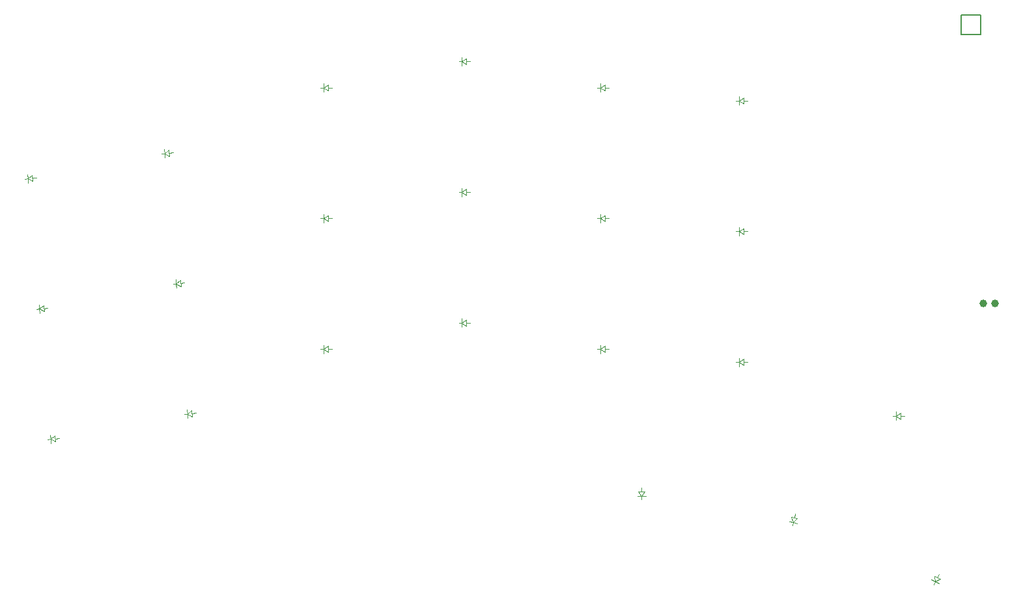
<source format=gbr>
%TF.GenerationSoftware,KiCad,Pcbnew,(6.0.6)*%
%TF.CreationDate,2022-07-14T02:02:08+02:00*%
%TF.ProjectId,main_wired2,6d61696e-5f77-4697-9265-64322e6b6963,v1.0.0*%
%TF.SameCoordinates,Original*%
%TF.FileFunction,Legend,Bot*%
%TF.FilePolarity,Positive*%
%FSLAX46Y46*%
G04 Gerber Fmt 4.6, Leading zero omitted, Abs format (unit mm)*
G04 Created by KiCad (PCBNEW (6.0.6)) date 2022-07-14 02:02:08*
%MOMM*%
%LPD*%
G01*
G04 APERTURE LIST*
%ADD10C,0.100000*%
%ADD11C,0.150000*%
%ADD12C,1.000000*%
G04 APERTURE END LIST*
D10*
%TO.C,D21*%
X125016183Y-21726082D02*
X124521846Y-21484978D01*
X124840835Y-22085600D02*
X125016183Y-21726082D01*
X125016183Y-21726082D02*
X124919688Y-21011457D01*
X125016183Y-21726082D02*
X125510520Y-21967186D01*
X125638723Y-21362154D02*
X125016183Y-21726082D01*
X124919688Y-21011457D02*
X125638723Y-21362154D01*
X125279206Y-21186805D02*
X125498391Y-20737408D01*
%TO.C,D12*%
X63477819Y45911938D02*
X63477819Y45361938D01*
X64077819Y45511938D02*
X63477819Y45911938D01*
X63077819Y45911938D02*
X63477819Y45911938D01*
X64077819Y45911938D02*
X64577819Y45911938D01*
X63477819Y45911938D02*
X63477819Y46461938D01*
X63477819Y45911938D02*
X64077819Y46311938D01*
X64077819Y46311938D02*
X64077819Y45511938D01*
%TO.C,D6*%
X25378687Y34409202D02*
X25448412Y33612246D01*
X25413550Y34010724D02*
X25911647Y34054302D01*
X24417355Y33923568D02*
X24815833Y33958430D01*
X24815833Y33958430D02*
X24863769Y33410523D01*
X25448412Y33612246D02*
X24815833Y33958430D01*
X24815833Y33958430D02*
X24767897Y34506338D01*
X24815833Y33958430D02*
X25378687Y34409202D01*
%TO.C,D9*%
X45077820Y42511937D02*
X45477820Y42511937D01*
X46077820Y42911937D02*
X46077820Y42111937D01*
X45477820Y42511937D02*
X45477820Y41961937D01*
X45477820Y42511937D02*
X46077820Y42911937D01*
X45477820Y42511937D02*
X45477820Y43061937D01*
X46077820Y42111937D02*
X45477820Y42511937D01*
X46077820Y42511937D02*
X46577820Y42511937D01*
%TO.C,D14*%
X81477820Y25511940D02*
X82077820Y25911940D01*
X81077820Y25511940D02*
X81477820Y25511940D01*
X82077820Y25511940D02*
X82577820Y25511940D01*
X81477820Y25511940D02*
X81477820Y24961940D01*
X82077820Y25911940D02*
X82077820Y25111940D01*
X81477820Y25511940D02*
X81477820Y26061940D01*
X82077820Y25111940D02*
X81477820Y25511940D01*
D11*
%TO.C,MCU1*%
X128377817Y51951935D02*
X130917817Y51951935D01*
X128377817Y49411935D02*
X130917817Y49411935D01*
X130917817Y49411935D02*
X130917817Y51951935D01*
X128377817Y51951935D02*
X128377817Y49411935D01*
D10*
%TO.C,D19*%
X86827818Y-10638061D02*
X86427818Y-10038061D01*
X86827818Y-10638061D02*
X86277818Y-10638061D01*
X86827818Y-10038061D02*
X86827818Y-9538061D01*
X86827818Y-11038061D02*
X86827818Y-10638061D01*
X86427818Y-10038061D02*
X87227818Y-10038061D01*
X87227818Y-10038061D02*
X86827818Y-10638061D01*
X86827818Y-10638061D02*
X87377818Y-10638061D01*
%TO.C,D3*%
X7595347Y31146863D02*
X7665072Y30349907D01*
X7032493Y30696091D02*
X6984557Y31243999D01*
X7032493Y30696091D02*
X7595347Y31146863D01*
X7665072Y30349907D02*
X7032493Y30696091D01*
X6634015Y30661229D02*
X7032493Y30696091D01*
X7032493Y30696091D02*
X7080429Y30148184D01*
X7630210Y30748385D02*
X8128307Y30791963D01*
%TO.C,D4*%
X28341982Y538579D02*
X28411707Y-258377D01*
X27779128Y87807D02*
X27827064Y-460100D01*
X27779128Y87807D02*
X28341982Y538579D01*
X27380650Y52945D02*
X27779128Y87807D01*
X27779128Y87807D02*
X27731192Y635715D01*
X28411707Y-258377D02*
X27779128Y87807D01*
X28376845Y140101D02*
X28874942Y183679D01*
%TO.C,D22*%
X119477820Y-188061D02*
X119877820Y-188061D01*
X120477820Y211939D02*
X120477820Y-588061D01*
X119877820Y-188061D02*
X119877820Y361939D01*
X120477820Y-588061D02*
X119877820Y-188061D01*
X119877820Y-188061D02*
X119877820Y-738061D01*
X120477820Y-188061D02*
X120977820Y-188061D01*
X119877820Y-188061D02*
X120477820Y211939D01*
%TO.C,D11*%
X63477817Y28911940D02*
X64077817Y29311940D01*
X63477817Y28911940D02*
X63477817Y28361940D01*
X63477817Y28911940D02*
X63477817Y29461940D01*
X64077817Y28911940D02*
X64577817Y28911940D01*
X63077817Y28911940D02*
X63477817Y28911940D01*
X64077817Y29311940D02*
X64077817Y28511940D01*
X64077817Y28511940D02*
X63477817Y28911940D01*
%TO.C,D15*%
X82077819Y42111939D02*
X81477819Y42511939D01*
X81477819Y42511939D02*
X81477819Y41961939D01*
X82077819Y42511939D02*
X82577819Y42511939D01*
X81077819Y42511939D02*
X81477819Y42511939D01*
X82077819Y42911939D02*
X82077819Y42111939D01*
X81477819Y42511939D02*
X82077819Y42911939D01*
X81477819Y42511939D02*
X81477819Y43061939D01*
%TO.C,D5*%
X25899002Y16988259D02*
X26297480Y17023121D01*
X26860334Y17473893D02*
X26930059Y16676937D01*
X26297480Y17023121D02*
X26345416Y16475214D01*
X26297480Y17023121D02*
X26860334Y17473893D01*
X26297480Y17023121D02*
X26249544Y17571029D01*
X26895197Y17075415D02*
X27393294Y17118993D01*
X26930059Y16676937D02*
X26297480Y17023121D01*
%TO.C,D17*%
X99477819Y23811936D02*
X99477819Y23261936D01*
X100077819Y24211936D02*
X100077819Y23411936D01*
X99477819Y23811936D02*
X100077819Y24211936D01*
X99077819Y23811936D02*
X99477819Y23811936D01*
X99477819Y23811936D02*
X99477819Y24361936D01*
X100077819Y23411936D02*
X99477819Y23811936D01*
X100077819Y23811936D02*
X100577819Y23811936D01*
%TO.C,D8*%
X45477818Y25511938D02*
X45477818Y24961938D01*
X45077818Y25511938D02*
X45477818Y25511938D01*
X46077818Y25911938D02*
X46077818Y25111938D01*
X46077818Y25111938D02*
X45477818Y25511938D01*
X45477818Y25511938D02*
X46077818Y25911938D01*
X46077818Y25511938D02*
X46577818Y25511938D01*
X45477818Y25511938D02*
X45477818Y26061938D01*
%TO.C,D16*%
X99077820Y6811937D02*
X99477820Y6811937D01*
X100077820Y6811937D02*
X100577820Y6811937D01*
X99477820Y6811937D02*
X99477820Y7361937D01*
X100077820Y7211937D02*
X100077820Y6411937D01*
X100077820Y6411937D02*
X99477820Y6811937D01*
X99477820Y6811937D02*
X100077820Y7211937D01*
X99477820Y6811937D02*
X99477820Y6261937D01*
%TO.C,D10*%
X63077817Y11911938D02*
X63477817Y11911938D01*
X63477817Y11911938D02*
X63477817Y12461938D01*
X64077817Y11911938D02*
X64577817Y11911938D01*
X63477817Y11911938D02*
X63477817Y11361938D01*
X63477817Y11911938D02*
X64077817Y12311938D01*
X64077817Y12311938D02*
X64077817Y11511938D01*
X64077817Y11511938D02*
X63477817Y11911938D01*
%TO.C,D2*%
X8514141Y13760785D02*
X8562077Y13212878D01*
X8514141Y13760785D02*
X9076995Y14211557D01*
X8115663Y13725923D02*
X8514141Y13760785D01*
X8514141Y13760785D02*
X8466205Y14308693D01*
X9076995Y14211557D02*
X9146720Y13414601D01*
X9146720Y13414601D02*
X8514141Y13760785D01*
X9111858Y13813079D02*
X9609955Y13856657D01*
%TO.C,D18*%
X99477818Y40811939D02*
X100077818Y41211939D01*
X100077818Y41211939D02*
X100077818Y40411939D01*
X100077818Y40811939D02*
X100577818Y40811939D01*
X100077818Y40411939D02*
X99477818Y40811939D01*
X99077818Y40811939D02*
X99477818Y40811939D01*
X99477818Y40811939D02*
X99477818Y40261939D01*
X99477818Y40811939D02*
X99477818Y41361939D01*
%TO.C,D7*%
X45477821Y8511938D02*
X45477821Y7961938D01*
X45477821Y8511938D02*
X46077821Y8911938D01*
X46077821Y8511938D02*
X46577821Y8511938D01*
X45077821Y8511938D02*
X45477821Y8511938D01*
X45477821Y8511938D02*
X45477821Y9061938D01*
X46077821Y8111938D02*
X45477821Y8511938D01*
X46077821Y8911938D02*
X46077821Y8111938D01*
%TO.C,D13*%
X82077821Y8111940D02*
X81477821Y8511940D01*
X81077821Y8511940D02*
X81477821Y8511940D01*
X81477821Y8511940D02*
X81477821Y7961940D01*
X82077821Y8911940D02*
X82077821Y8111940D01*
X81477821Y8511940D02*
X81477821Y9061940D01*
X81477821Y8511940D02*
X82077821Y8911940D01*
X82077821Y8511940D02*
X82577821Y8511940D01*
%TO.C,D20*%
X106298883Y-13331965D02*
X107078379Y-13511926D01*
X106688631Y-13421945D02*
X106801106Y-12934760D01*
X107078379Y-13511926D02*
X106553660Y-14006568D01*
X106463680Y-14396316D02*
X106553660Y-14006568D01*
X106553660Y-14006568D02*
X106017757Y-13882844D01*
X106553660Y-14006568D02*
X107089564Y-14130291D01*
X106553660Y-14006568D02*
X106298883Y-13331965D01*
%TO.C,D1*%
X9995789Y-3174526D02*
X10043725Y-3722433D01*
X10593506Y-3122232D02*
X11091603Y-3078654D01*
X10628368Y-3520710D02*
X9995789Y-3174526D01*
X9597311Y-3209388D02*
X9995789Y-3174526D01*
X9995789Y-3174526D02*
X9947853Y-2626618D01*
X10558643Y-2723754D02*
X10628368Y-3520710D01*
X9995789Y-3174526D02*
X10558643Y-2723754D01*
%TD*%
D12*
%TO.C,*%
X132777817Y14411938D03*
X131277817Y14411938D03*
%TD*%
M02*

</source>
